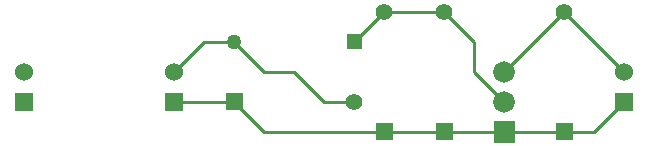
<source format=gbr>
G04 start of page 2 for group 0 idx 0 *
G04 Title: (unknown), component *
G04 Creator: pcb 20110918 *
G04 CreationDate: Sat 01 Jun 2013 08:01:24 PM GMT UTC *
G04 For: commonadmin *
G04 Format: Gerber/RS-274X *
G04 PCB-Dimensions: 600000 500000 *
G04 PCB-Coordinate-Origin: lower left *
%MOIN*%
%FSLAX25Y25*%
%LNTOP*%
%ADD20C,0.0420*%
%ADD19C,0.0380*%
%ADD18C,0.0200*%
%ADD17C,0.0300*%
%ADD16C,0.0720*%
%ADD15C,0.0500*%
%ADD14C,0.0600*%
%ADD13C,0.0550*%
%ADD12C,0.0001*%
%ADD11C,0.0100*%
G54D11*X110000Y20000D02*X220000D01*
X230000Y30000D01*
X140000D02*X130000D01*
X80000D02*X100000D01*
X110000Y20000D01*
X100000Y50000D02*X90000D01*
X80000Y40000D01*
X110000D02*X100000Y50000D01*
X130000Y30000D02*X120000Y40000D01*
X110000D01*
X140000Y50000D02*X150000Y60000D01*
X170000D01*
X180000Y50000D01*
Y40000D01*
X190000Y30000D01*
Y40000D02*X210000Y60000D01*
X230000Y40000D01*
G54D12*G36*
X147250Y22750D02*Y17250D01*
X152750D01*
Y22750D01*
X147250D01*
G37*
G54D13*X150000Y60000D03*
G54D12*G36*
X137500Y52500D02*Y47500D01*
X142500D01*
Y52500D01*
X137500D01*
G37*
G54D13*X140000Y30000D03*
G54D12*G36*
X77000Y33000D02*Y27000D01*
X83000D01*
Y33000D01*
X77000D01*
G37*
G54D14*X80000Y40000D03*
G54D12*G36*
X27000Y33000D02*Y27000D01*
X33000D01*
Y33000D01*
X27000D01*
G37*
G54D14*X30000Y40000D03*
G54D15*X100000Y50000D03*
G54D12*G36*
X97250Y32750D02*Y27250D01*
X102750D01*
Y32750D01*
X97250D01*
G37*
G36*
X186400Y23600D02*Y16400D01*
X193600D01*
Y23600D01*
X186400D01*
G37*
G36*
X227000Y33000D02*Y27000D01*
X233000D01*
Y33000D01*
X227000D01*
G37*
G54D14*X230000Y40000D03*
G54D12*G36*
X207250Y22750D02*Y17250D01*
X212750D01*
Y22750D01*
X207250D01*
G37*
G54D13*X210000Y60000D03*
G54D16*X190000Y30000D03*
Y40000D03*
G54D12*G36*
X167250Y22750D02*Y17250D01*
X172750D01*
Y22750D01*
X167250D01*
G37*
G54D13*X170000Y60000D03*
G54D17*G54D18*G54D17*G54D19*G54D18*G54D17*G54D20*G54D19*G54D17*G54D20*G54D17*M02*

</source>
